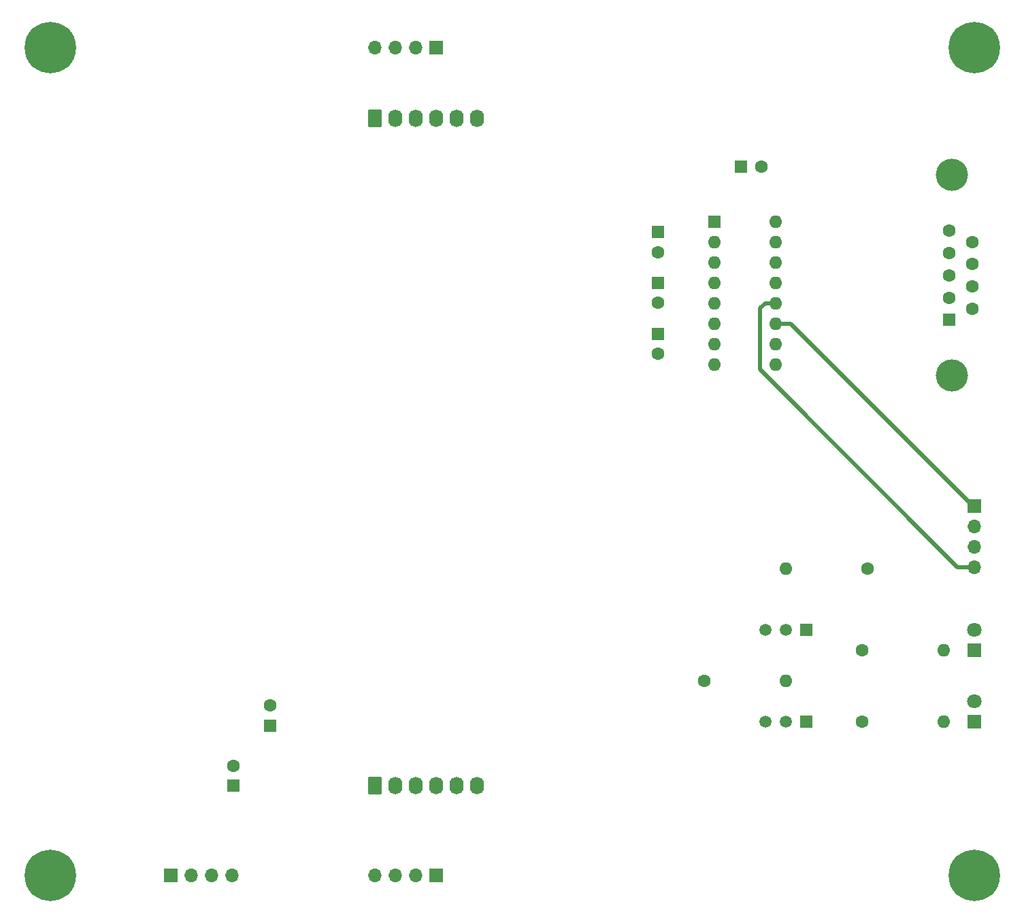
<source format=gbr>
%TF.GenerationSoftware,KiCad,Pcbnew,(6.0.4-0)*%
%TF.CreationDate,2024-05-14T18:17:27+10:00*%
%TF.ProjectId,RS232,52533233-322e-46b6-9963-61645f706362,rev?*%
%TF.SameCoordinates,Original*%
%TF.FileFunction,Copper,L1,Top*%
%TF.FilePolarity,Positive*%
%FSLAX46Y46*%
G04 Gerber Fmt 4.6, Leading zero omitted, Abs format (unit mm)*
G04 Created by KiCad (PCBNEW (6.0.4-0)) date 2024-05-14 18:17:27*
%MOMM*%
%LPD*%
G01*
G04 APERTURE LIST*
G04 Aperture macros list*
%AMRoundRect*
0 Rectangle with rounded corners*
0 $1 Rounding radius*
0 $2 $3 $4 $5 $6 $7 $8 $9 X,Y pos of 4 corners*
0 Add a 4 corners polygon primitive as box body*
4,1,4,$2,$3,$4,$5,$6,$7,$8,$9,$2,$3,0*
0 Add four circle primitives for the rounded corners*
1,1,$1+$1,$2,$3*
1,1,$1+$1,$4,$5*
1,1,$1+$1,$6,$7*
1,1,$1+$1,$8,$9*
0 Add four rect primitives between the rounded corners*
20,1,$1+$1,$2,$3,$4,$5,0*
20,1,$1+$1,$4,$5,$6,$7,0*
20,1,$1+$1,$6,$7,$8,$9,0*
20,1,$1+$1,$8,$9,$2,$3,0*%
G04 Aperture macros list end*
%TA.AperFunction,ComponentPad*%
%ADD10R,1.600000X1.600000*%
%TD*%
%TA.AperFunction,ComponentPad*%
%ADD11C,1.600000*%
%TD*%
%TA.AperFunction,ComponentPad*%
%ADD12C,0.800000*%
%TD*%
%TA.AperFunction,ComponentPad*%
%ADD13C,6.400000*%
%TD*%
%TA.AperFunction,ComponentPad*%
%ADD14C,4.000000*%
%TD*%
%TA.AperFunction,ComponentPad*%
%ADD15O,1.600000X1.600000*%
%TD*%
%TA.AperFunction,ComponentPad*%
%ADD16R,1.800000X1.800000*%
%TD*%
%TA.AperFunction,ComponentPad*%
%ADD17C,1.800000*%
%TD*%
%TA.AperFunction,ComponentPad*%
%ADD18R,1.500000X1.500000*%
%TD*%
%TA.AperFunction,ComponentPad*%
%ADD19C,1.500000*%
%TD*%
%TA.AperFunction,ComponentPad*%
%ADD20RoundRect,0.249999X-0.620001X-0.845001X0.620001X-0.845001X0.620001X0.845001X-0.620001X0.845001X0*%
%TD*%
%TA.AperFunction,ComponentPad*%
%ADD21O,1.740000X2.190000*%
%TD*%
%TA.AperFunction,ComponentPad*%
%ADD22R,1.700000X1.700000*%
%TD*%
%TA.AperFunction,ComponentPad*%
%ADD23O,1.700000X1.700000*%
%TD*%
%TA.AperFunction,Conductor*%
%ADD24C,0.500000*%
%TD*%
G04 APERTURE END LIST*
D10*
%TO.P,C6,1*%
%TO.N,+5V*%
X57785000Y-116840000D03*
D11*
%TO.P,C6,2*%
%TO.N,GND*%
X57785000Y-114340000D03*
%TD*%
D10*
%TO.P,C8,1*%
%TO.N,+5V*%
X62400000Y-109382380D03*
D11*
%TO.P,C8,2*%
%TO.N,GND*%
X62400000Y-106882380D03*
%TD*%
D12*
%TO.P,H1,1,1*%
%TO.N,GND*%
X151697056Y-126302944D03*
D13*
X150000000Y-128000000D03*
D12*
X152400000Y-128000000D03*
X150000000Y-125600000D03*
X148302944Y-126302944D03*
X150000000Y-130400000D03*
X151697056Y-129697056D03*
X148302944Y-129697056D03*
X147600000Y-128000000D03*
%TD*%
%TO.P,H2,1,1*%
%TO.N,GND*%
X37400000Y-25000000D03*
X36697056Y-26697056D03*
X35000000Y-27400000D03*
X33302944Y-23302944D03*
X33302944Y-26697056D03*
D13*
X35000000Y-25000000D03*
D12*
X32600000Y-25000000D03*
X36697056Y-23302944D03*
X35000000Y-22600000D03*
%TD*%
%TO.P,H4,1,1*%
%TO.N,GND*%
X148302944Y-26697056D03*
X148302944Y-23302944D03*
X152400000Y-25000000D03*
X147600000Y-25000000D03*
X151697056Y-23302944D03*
X150000000Y-27400000D03*
D13*
X150000000Y-25000000D03*
D12*
X150000000Y-22600000D03*
X151697056Y-26697056D03*
%TD*%
D10*
%TO.P,C1,1*%
%TO.N,Net-(C1-Pad1)*%
X110645000Y-47950000D03*
D11*
%TO.P,C1,2*%
%TO.N,Net-(C1-Pad2)*%
X110645000Y-50450000D03*
%TD*%
D10*
%TO.P,C2,1*%
%TO.N,Net-(C2-Pad1)*%
X120980000Y-39755000D03*
D11*
%TO.P,C2,2*%
%TO.N,+5V*%
X123480000Y-39755000D03*
%TD*%
D10*
%TO.P,C4,1*%
%TO.N,Net-(C4-Pad1)*%
X110645000Y-54260000D03*
D11*
%TO.P,C4,2*%
%TO.N,Net-(C4-Pad2)*%
X110645000Y-56760000D03*
%TD*%
D14*
%TO.P,J1,0*%
%TO.N,N/C*%
X147180000Y-65815000D03*
X147180000Y-40815000D03*
D10*
%TO.P,J1,1,1*%
%TO.N,unconnected-(J1-Pad1)*%
X146880000Y-58855000D03*
D11*
%TO.P,J1,2,2*%
%TO.N,RX_D*%
X146880000Y-56085000D03*
%TO.P,J1,3,3*%
%TO.N,TX_D*%
X146880000Y-53315000D03*
%TO.P,J1,4,4*%
%TO.N,unconnected-(J1-Pad4)*%
X146880000Y-50545000D03*
%TO.P,J1,5,5*%
%TO.N,GND*%
X146880000Y-47775000D03*
%TO.P,J1,6,6*%
%TO.N,unconnected-(J1-Pad6)*%
X149720000Y-57470000D03*
%TO.P,J1,7,7*%
%TO.N,RTS*%
X149720000Y-54700000D03*
%TO.P,J1,8,8*%
%TO.N,CTS*%
X149720000Y-51930000D03*
%TO.P,J1,9,9*%
%TO.N,unconnected-(J1-Pad9)*%
X149720000Y-49160000D03*
%TD*%
D10*
%TO.P,U1,1,C1+*%
%TO.N,Net-(C1-Pad1)*%
X117630000Y-46640000D03*
D15*
%TO.P,U1,2,VS+*%
%TO.N,Net-(C2-Pad1)*%
X117630000Y-49180000D03*
%TO.P,U1,3,C1-*%
%TO.N,Net-(C1-Pad2)*%
X117630000Y-51720000D03*
%TO.P,U1,4,C2+*%
%TO.N,Net-(C4-Pad1)*%
X117630000Y-54260000D03*
%TO.P,U1,5,C2-*%
%TO.N,Net-(C4-Pad2)*%
X117630000Y-56800000D03*
%TO.P,U1,6,VS-*%
%TO.N,Net-(C3-Pad1)*%
X117630000Y-59340000D03*
%TO.P,U1,7,T2OUT*%
%TO.N,CTS*%
X117630000Y-61880000D03*
%TO.P,U1,8,R2IN*%
%TO.N,RTS*%
X117630000Y-64420000D03*
%TO.P,U1,9,R2OUT*%
%TO.N,unconnected-(U1-Pad9)*%
X125250000Y-64420000D03*
%TO.P,U1,10,T2IN*%
%TO.N,unconnected-(U1-Pad10)*%
X125250000Y-61880000D03*
%TO.P,U1,11,T1IN*%
%TO.N,TX*%
X125250000Y-59340000D03*
%TO.P,U1,12,R1OUT*%
%TO.N,RX*%
X125250000Y-56800000D03*
%TO.P,U1,13,R1IN*%
%TO.N,RX_D*%
X125250000Y-54260000D03*
%TO.P,U1,14,T1OUT*%
%TO.N,TX_D*%
X125250000Y-51720000D03*
%TO.P,U1,15,GND*%
%TO.N,GND*%
X125250000Y-49180000D03*
%TO.P,U1,16,VCC*%
%TO.N,+5V*%
X125250000Y-46640000D03*
%TD*%
D10*
%TO.P,C3,1*%
%TO.N,Net-(C3-Pad1)*%
X110645000Y-60610000D03*
D11*
%TO.P,C3,2*%
%TO.N,GND*%
X110645000Y-63110000D03*
%TD*%
D16*
%TO.P,D1,1,K*%
%TO.N,Net-(D1-Pad1)*%
X150015000Y-108870000D03*
D17*
%TO.P,D1,2,A*%
%TO.N,+5V*%
X150015000Y-106330000D03*
%TD*%
D16*
%TO.P,D3,1,K*%
%TO.N,Net-(D3-Pad1)*%
X150015000Y-99980000D03*
D17*
%TO.P,D3,2,A*%
%TO.N,+5V*%
X150015000Y-97440000D03*
%TD*%
D18*
%TO.P,Q1,1,C*%
%TO.N,Net-(Q1-Pad1)*%
X129060000Y-108870000D03*
D19*
%TO.P,Q1,2,B*%
%TO.N,Net-(Q1-Pad2)*%
X126520000Y-108870000D03*
%TO.P,Q1,3,E*%
%TO.N,GND*%
X123980000Y-108870000D03*
%TD*%
D18*
%TO.P,Q2,1,C*%
%TO.N,Net-(Q2-Pad1)*%
X129060000Y-97440000D03*
D19*
%TO.P,Q2,2,B*%
%TO.N,Net-(Q2-Pad2)*%
X126520000Y-97440000D03*
%TO.P,Q2,3,E*%
%TO.N,GND*%
X123980000Y-97440000D03*
%TD*%
D11*
%TO.P,R1,1*%
%TO.N,Net-(Q2-Pad1)*%
X136045000Y-99980000D03*
D15*
%TO.P,R1,2*%
%TO.N,Net-(D3-Pad1)*%
X146205000Y-99980000D03*
%TD*%
D11*
%TO.P,R2,1*%
%TO.N,TX*%
X116360000Y-103790000D03*
D15*
%TO.P,R2,2*%
%TO.N,Net-(Q1-Pad2)*%
X126520000Y-103790000D03*
%TD*%
D11*
%TO.P,R3,1*%
%TO.N,RX*%
X136680000Y-89820000D03*
D15*
%TO.P,R3,2*%
%TO.N,Net-(Q2-Pad2)*%
X126520000Y-89820000D03*
%TD*%
D11*
%TO.P,R10,1*%
%TO.N,Net-(Q1-Pad1)*%
X136045000Y-108870000D03*
D15*
%TO.P,R10,2*%
%TO.N,Net-(D1-Pad1)*%
X146205000Y-108870000D03*
%TD*%
D20*
%TO.P,J10,1,Pin_1*%
%TO.N,I_rst*%
X75400000Y-116840000D03*
D21*
%TO.P,J10,2,Pin_2*%
%TO.N,I_flag*%
X77940000Y-116840000D03*
%TO.P,J10,3,Pin_3*%
%TO.N,GND*%
X80480000Y-116840000D03*
%TO.P,J10,4,Pin_4*%
%TO.N,I_data*%
X83020000Y-116840000D03*
%TO.P,J10,5,Pin_5*%
%TO.N,I_clock*%
X85560000Y-116840000D03*
%TO.P,J10,6,Pin_6*%
%TO.N,+5V*%
X88100000Y-116840000D03*
%TD*%
D20*
%TO.P,J11,1,Pin_1*%
%TO.N,rst*%
X75400000Y-33800000D03*
D21*
%TO.P,J11,2,Pin_2*%
%TO.N,flag*%
X77940000Y-33800000D03*
%TO.P,J11,3,Pin_3*%
%TO.N,GND*%
X80480000Y-33800000D03*
%TO.P,J11,4,Pin_4*%
%TO.N,data*%
X83020000Y-33800000D03*
%TO.P,J11,5,Pin_5*%
%TO.N,clock*%
X85560000Y-33800000D03*
%TO.P,J11,6,Pin_6*%
%TO.N,+5V*%
X88100000Y-33800000D03*
%TD*%
D12*
%TO.P,H3,1,1*%
%TO.N,GND*%
X35000000Y-130400000D03*
X33302944Y-129697056D03*
X35000000Y-125600000D03*
X32600000Y-128000000D03*
X33302944Y-126302944D03*
D13*
X35000000Y-128000000D03*
D12*
X36697056Y-126302944D03*
X37400000Y-128000000D03*
X36697056Y-129697056D03*
%TD*%
D22*
%TO.P,J6,1,Pin_1*%
%TO.N,GND*%
X50000000Y-128000000D03*
D23*
%TO.P,J6,2,Pin_2*%
X52540000Y-128000000D03*
%TO.P,J6,3,Pin_3*%
%TO.N,+5V*%
X55080000Y-128000000D03*
%TO.P,J6,4,Pin_4*%
X57620000Y-128000000D03*
%TD*%
D22*
%TO.P,J7,1,Pin_1*%
%TO.N,I_clock*%
X83000000Y-128000000D03*
D23*
%TO.P,J7,2,Pin_2*%
%TO.N,I_data*%
X80460000Y-128000000D03*
%TO.P,J7,3,Pin_3*%
%TO.N,I_flag*%
X77920000Y-128000000D03*
%TO.P,J7,4,Pin_4*%
%TO.N,I_rst*%
X75380000Y-128000000D03*
%TD*%
D22*
%TO.P,J9,1,Pin_1*%
%TO.N,clock*%
X83000000Y-25000000D03*
D23*
%TO.P,J9,2,Pin_2*%
%TO.N,data*%
X80460000Y-25000000D03*
%TO.P,J9,3,Pin_3*%
%TO.N,flag*%
X77920000Y-25000000D03*
%TO.P,J9,4,Pin_4*%
%TO.N,rst*%
X75380000Y-25000000D03*
%TD*%
D22*
%TO.P,J5,1,Pin_1*%
%TO.N,TX*%
X150015000Y-82000000D03*
D23*
%TO.P,J5,2,Pin_2*%
%TO.N,GND*%
X150015000Y-84540000D03*
%TO.P,J5,3,Pin_3*%
X150015000Y-87080000D03*
%TO.P,J5,4,Pin_4*%
%TO.N,RX*%
X150015000Y-89620000D03*
%TD*%
D24*
%TO.N,RX*%
X147910000Y-89620000D02*
X123345000Y-65055000D01*
X123980000Y-56800000D02*
X125250000Y-56800000D01*
X150015000Y-89620000D02*
X147910000Y-89620000D01*
X123345000Y-65055000D02*
X123345000Y-57435000D01*
X123345000Y-57435000D02*
X123980000Y-56800000D01*
%TO.N,TX*%
X127155000Y-59340000D02*
X125250000Y-59340000D01*
X149815000Y-82000000D02*
X127155000Y-59340000D01*
X150015000Y-82000000D02*
X149815000Y-82000000D01*
%TD*%
M02*

</source>
